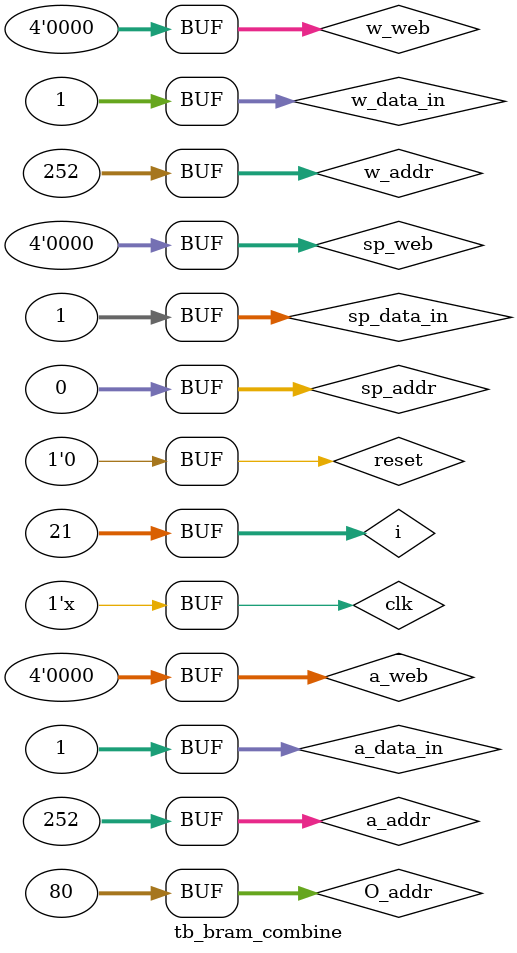
<source format=v>
`timescale 100ns/1ns

module tb_bram_combine ();
    reg clk;
    reg reset;
    
    reg [31:0]sp_addr;
    reg [31:0]sp_data_in;
    reg [3:0]sp_web;
    
    reg [31:0]a_addr;
    reg [31:0]a_data_in;
    reg [3:0]a_web;

    reg [31:0]w_addr;
    reg [31:0]w_data_in;
    reg [3:0]w_web;
    
    reg [31:0]O_addr;
    wire [31:0]O_data;
    

    /* Check the name of your module 'CS411_task1_wrapper'. */
    /* If your module name differ form 'CS411_task1_wrapper', you have to change below name. */ 
    CS411_task1_wrapper aaa (
        .clk(clk),
        .reset(reset),
        .sp_addr(sp_addr),
        .sp_data_in(sp_data_in),
        .sp_web(sp_web),
        .a_addr(a_addr),
        .a_data_in(a_data_in),
        .a_web(a_web),
        .w_addr(w_addr),
        .w_data_in(w_data_in),
        .w_web(w_web),
        .O_data(O_data),
        .O_addr(O_addr)    
    );
  
    integer i;
    integer j;
    initial begin
        clk = 1;
        reset = 1;
        sp_addr = 0;
        sp_data_in = 0;
        sp_web = 0;
        a_addr = 0;
        a_data_in = 0;
        a_web = 0;
        w_addr = 0;
        w_data_in = 0;
        w_web = 0;
        O_addr = 0;
        #10
        /* set SP BRAM */
        
        /* We will do 4 tests with this variables 
        Also, this step is necessary for checking functionality of yoiur design. 
        Do the simulation with various cases

        TEST x : (mode, M, K, N) 
        TEST 1 : (0 and 1, 8, 8, 8)
        TEST 2 : (0 and 1, 7, 8, 3)
        TEST 3 : (0 and 1, 3, 4, 2)
        TEST 4 : (0 and 1, 6, 7, 3)
        */
        /* EXAMPLE Following testbench code is for TEST 2 OS (1, 7, 8, 3) */
        reset = 0;
        sp_web=4'b1111;
        #1
        sp_addr=4; 
        sp_data_in=1; //MODE
        #1
        sp_addr=8; 
        sp_data_in=7; //M
        #1
        sp_addr=12; 
        sp_data_in=8; //K
        #1
        sp_addr=16; 
        sp_data_in=3; //N
        #1

        /* set inputs in A, W BRAM */
        sp_web = 4'b0000;
        a_web=4'b1111;
        w_web=4'b1111;

        #1
        /* (import) input value may be random values */
        for(i=0; i<8*8; i=i+1)
        begin
                a_addr = i*4;
                a_data_in = 1;  
                w_addr = i*4;
                w_data_in = 1;
        #1;
        end

        /* Set start SIGNAL */
        a_web=4'b0000;
        w_web=4'b0000;
        #10
        sp_web=4'b1111;
        sp_addr=0; 
        sp_data_in=1;
        #5 
        /*
            END value setting on BRAM
            After you generate bitstream and make FPGA work, 
            previous process is done by Jupyter notebook python code.
        */

        sp_web=4'b0000;
        a_web=4'b0000;
        w_web=4'b0000;

        /* Wait enough time to finish systolic array operation */
        #300
        /* Check the contents of O_BRAM, you have to use memory (O_BEAM) minimally */
        /* Inserting one element (1 byte) into each 4-byte space of O_BRAM is the default rule. 
           (It does not require inserting 4 elements into the 4-byte space.) 
           Refer to the code below to verify the results. */
        for(i=0; i< 7 * 3 ; i=i+1) /*7 x 3 = M x N*/
        begin
            O_addr = i*4;
            #0.5;
             if(O_data ==  8) begin /* = K */
                 $display("  Right  ");
             end else begin
                 $display("  Wrong value  ");
             end
            #0.5;
        end

      
      
    end
  
  always #0.5 clk = !clk;
endmodule

</source>
